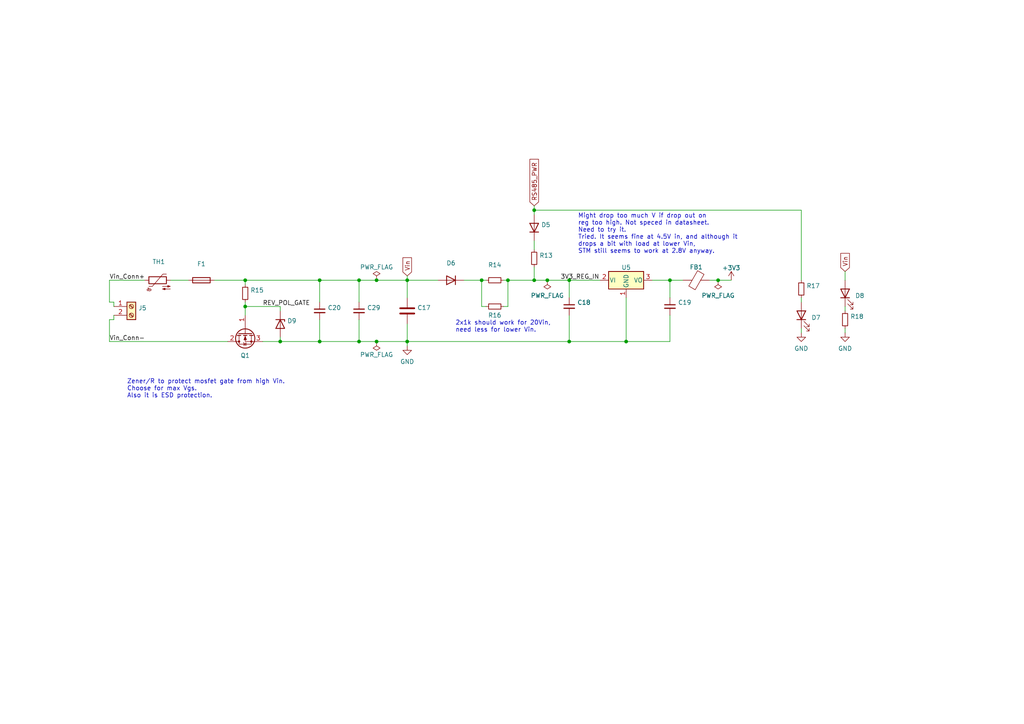
<source format=kicad_sch>
(kicad_sch (version 20211123) (generator eeschema)
  (paper "A4")
  (title_block (title "Plant Light LED Driver") (date "2022-10-05") (rev "0.2") (company "River Cat"))
  (lib_symbols
    (symbol "Connector:Screw_Terminal_01x02" (pin_names (offset 1.016) hide)
      (property "Reference" "J" (at 0 2.54 0))
      (property "Value" "Screw_Terminal_01x02" (at 0 -5.08 0))
      (symbol "Screw_Terminal_01x02_1_1"
        (rectangle (start -1.27 1.27) (end 1.27 -3.81) (stroke (width 0.254)) (fill (type background)))
        (circle (center 0 -2.54) (radius 0.635) (stroke (width 0.1524)))
        (polyline (pts (xy -0.5334 -2.2098) (xy 0.3302 -3.048)) (stroke (width 0.1524)))
        (polyline (pts (xy -0.5334 0.3302) (xy 0.3302 -0.508)) (stroke (width 0.1524)))
        (polyline (pts (xy -0.3556 -2.032) (xy 0.508 -2.8702)) (stroke (width 0.1524)))
        (polyline (pts (xy -0.3556 0.508) (xy 0.508 -0.3302)) (stroke (width 0.1524)))
        (circle (center 0 0) (radius 0.635) (stroke (width 0.1524)))
        (pin passive line (at -5.08 0 0) (length 3.81) (name "Pin_1") (number "1"))
        (pin passive line (at -5.08 -2.54 0) (length 3.81) (name "Pin_2") (number "2"))
      )
    )
    (symbol "Device:C" (pin_numbers hide) (pin_names (offset 0.254))
      (property "Reference" "C" (at 0.635 2.54 0))
      (property "Value" "C" (at 0.635 -2.54 0))
      (symbol "C_0_1"
        (polyline (pts (xy -2.032 -0.762) (xy 2.032 -0.762)) (stroke (width 0.508)))
        (polyline (pts (xy -2.032 0.762) (xy 2.032 0.762)) (stroke (width 0.508)))
      )
      (symbol "C_1_1"
        (pin passive line (at 0 3.81 270) (length 2.794) (name "~") (number "1"))
        (pin passive line (at 0 -3.81 90) (length 2.794) (name "~") (number "2"))
      )
    )
    (symbol "Device:C_Small" (pin_numbers hide) (pin_names (offset 0.254) hide)
      (property "Reference" "C" (at 0.254 1.778 0))
      (property "Value" "C_Small" (at 0.254 -2.032 0))
      (symbol "C_Small_0_1"
        (polyline (pts (xy -1.524 -0.508) (xy 1.524 -0.508)) (stroke (width 0.3302)))
        (polyline (pts (xy -1.524 0.508) (xy 1.524 0.508)) (stroke (width 0.3048)))
      )
      (symbol "C_Small_1_1"
        (pin passive line (at 0 2.54 270) (length 2.032) (name "~") (number "1"))
        (pin passive line (at 0 -2.54 90) (length 2.032) (name "~") (number "2"))
      )
    )
    (symbol "Device:D_Zener" (pin_numbers hide) (pin_names (offset 1.016) hide)
      (property "Reference" "D" (at 0 2.54 0))
      (property "Value" "D_Zener" (at 0 -2.54 0))
      (symbol "D_Zener_0_1"
        (polyline (pts (xy 1.27 0) (xy -1.27 0)))
        (polyline (pts (xy -1.27 -1.27) (xy -1.27 1.27) (xy -0.762 1.27)) (stroke (width 0.254)))
        (polyline (pts (xy 1.27 -1.27) (xy 1.27 1.27) (xy -1.27 0) (xy 1.27 -1.27)) (stroke (width 0.254)))
      )
      (symbol "D_Zener_1_1"
        (pin passive line (at -3.81 0 0) (length 2.54) (name "K") (number "1"))
        (pin passive line (at 3.81 0 180) (length 2.54) (name "A") (number "2"))
      )
    )
    (symbol "Device:FerriteBead" (pin_numbers hide) (pin_names (offset 0))
      (property "Reference" "FB" (at -3.81 0.635 90))
      (property "Value" "FerriteBead" (at 3.81 0 90))
      (symbol "FerriteBead_0_1"
        (polyline (pts (xy 0 -1.27) (xy 0 -1.2192)))
        (polyline (pts (xy 0 1.27) (xy 0 1.2954)))
        (polyline (pts (xy -2.7686 0.4064) (xy -1.7018 2.2606) (xy 2.7686 -0.3048) (xy 1.6764 -2.159) (xy -2.7686 0.4064)))
      )
      (symbol "FerriteBead_1_1"
        (pin passive line (at 0 3.81 270) (length 2.54) (name "~") (number "1"))
        (pin passive line (at 0 -3.81 90) (length 2.54) (name "~") (number "2"))
      )
    )
    (symbol "Device:Fuse" (pin_numbers hide) (pin_names (offset 0))
      (property "Reference" "F" (at 2.032 0 90))
      (property "Value" "Fuse" (at -1.905 0 90))
      (symbol "Fuse_0_1"
        (rectangle (start -0.762 -2.54) (end 0.762 2.54) (stroke (width 0.254)))
        (polyline (pts (xy 0 2.54) (xy 0 -2.54)))
      )
      (symbol "Fuse_1_1"
        (pin passive line (at 0 3.81 270) (length 1.27) (name "~") (number "1"))
        (pin passive line (at 0 -3.81 90) (length 1.27) (name "~") (number "2"))
      )
    )
    (symbol "Device:LED" (pin_numbers hide) (pin_names (offset 1.016) hide)
      (property "Reference" "D" (at 0 2.54 0))
      (property "Value" "LED" (at 0 -2.54 0))
      (symbol "LED_0_1"
        (polyline (pts (xy -1.27 -1.27) (xy -1.27 1.27)) (stroke (width 0.254)))
        (polyline (pts (xy -1.27 0) (xy 1.27 0)))
        (polyline (pts (xy 1.27 -1.27) (xy 1.27 1.27) (xy -1.27 0) (xy 1.27 -1.27)) (stroke (width 0.254)))
        (polyline (pts (xy -3.048 -0.762) (xy -4.572 -2.286) (xy -3.81 -2.286) (xy -4.572 -2.286) (xy -4.572 -1.524)))
        (polyline (pts (xy -1.778 -0.762) (xy -3.302 -2.286) (xy -2.54 -2.286) (xy -3.302 -2.286) (xy -3.302 -1.524)))
      )
      (symbol "LED_1_1"
        (pin passive line (at -3.81 0 0) (length 2.54) (name "K") (number "1"))
        (pin passive line (at 3.81 0 180) (length 2.54) (name "A") (number "2"))
      )
    )
    (symbol "Device:Q_NMOS_GDS" (pin_names (offset 0) hide)
      (property "Reference" "Q" (at 5.08 1.27 0))
      (property "Value" "Q_NMOS_GDS" (at 5.08 -1.27 0))
      (symbol "Q_NMOS_GDS_0_1"
        (polyline (pts (xy 0.254 0) (xy -2.54 0)))
        (polyline (pts (xy 0.254 1.905) (xy 0.254 -1.905)) (stroke (width 0.254)))
        (polyline (pts (xy 0.762 -1.27) (xy 0.762 -2.286)) (stroke (width 0.254)))
        (polyline (pts (xy 0.762 0.508) (xy 0.762 -0.508)) (stroke (width 0.254)))
        (polyline (pts (xy 0.762 2.286) (xy 0.762 1.27)) (stroke (width 0.254)))
        (polyline (pts (xy 2.54 2.54) (xy 2.54 1.778)))
        (polyline (pts (xy 2.54 -2.54) (xy 2.54 0) (xy 0.762 0)))
        (polyline (pts (xy 0.762 -1.778) (xy 3.302 -1.778) (xy 3.302 1.778) (xy 0.762 1.778)))
        (polyline (pts (xy 1.016 0) (xy 2.032 0.381) (xy 2.032 -0.381) (xy 1.016 0)) (fill (type outline)))
        (polyline (pts (xy 2.794 0.508) (xy 2.921 0.381) (xy 3.683 0.381) (xy 3.81 0.254)))
        (polyline (pts (xy 3.302 0.381) (xy 2.921 -0.254) (xy 3.683 -0.254) (xy 3.302 0.381)))
        (circle (center 1.651 0) (radius 2.794) (stroke (width 0.254)))
        (circle (center 2.54 -1.778) (radius 0.254) (fill (type outline)))
        (circle (center 2.54 1.778) (radius 0.254) (fill (type outline)))
      )
      (symbol "Q_NMOS_GDS_1_1"
        (pin input line (at -5.08 0 0) (length 2.54) (name "G") (number "1"))
        (pin passive line (at 2.54 5.08 270) (length 2.54) (name "D") (number "2"))
        (pin passive line (at 2.54 -5.08 90) (length 2.54) (name "S") (number "3"))
      )
    )
    (symbol "Device:R_Small" (pin_numbers hide) (pin_names (offset 0.254) hide)
      (property "Reference" "R" (at 0.762 0.508 0))
      (property "Value" "R_Small" (at 0.762 -1.016 0))
      (symbol "R_Small_0_1"
        (rectangle (start -0.762 1.778) (end 0.762 -1.778) (stroke (width 0.2032)))
      )
      (symbol "R_Small_1_1"
        (pin passive line (at 0 2.54 270) (length 0.762) (name "~") (number "1"))
        (pin passive line (at 0 -2.54 90) (length 0.762) (name "~") (number "2"))
      )
    )
    (symbol "Device:Thermistor_NTC" (pin_numbers hide) (pin_names (offset 0))
      (property "Reference" "TH" (at -4.445 0 90))
      (property "Value" "Thermistor_NTC" (at 3.175 0 90))
      (symbol "Thermistor_NTC_0_1"
        (arc (start -3.048 2.159) (mid -3.0495 2.3143) (end -3.175 2.413))
        (arc (start -3.048 2.159) (mid -2.9736 1.9794) (end -2.794 1.905))
        (arc (start -3.048 2.794) (mid -2.9736 2.6144) (end -2.794 2.54))
        (arc (start -2.794 1.905) (mid -2.6144 1.9794) (end -2.54 2.159))
        (arc (start -2.794 2.54) (mid -2.4393 2.5587) (end -2.159 2.794))
        (arc (start -2.794 3.048) (mid -2.9736 2.9736) (end -3.048 2.794))
        (arc (start -2.54 2.794) (mid -2.6144 2.9736) (end -2.794 3.048))
        (rectangle (start -1.016 2.54) (end 1.016 -2.54) (stroke (width 0.254)))
        (polyline (pts (xy -2.54 2.159) (xy -2.54 2.794)))
        (polyline (pts (xy -1.778 2.54) (xy -1.778 1.524) (xy 1.778 -1.524) (xy 1.778 -2.54)))
        (polyline (pts (xy -2.54 -3.683) (xy -2.54 -1.397) (xy -2.794 -2.159) (xy -2.286 -2.159) (xy -2.54 -1.397) (xy -2.54 -1.651)) (fill (type outline)))
        (polyline (pts (xy -1.778 -1.397) (xy -1.778 -3.683) (xy -2.032 -2.921) (xy -1.524 -2.921) (xy -1.778 -3.683) (xy -1.778 -3.429)) (fill (type outline)))
      )
      (symbol "Thermistor_NTC_1_1"
        (pin passive line (at 0 3.81 270) (length 1.27) (name "~") (number "1"))
        (pin passive line (at 0 -3.81 90) (length 1.27) (name "~") (number "2"))
      )
    )
    (symbol "Diode:1N4148" (pin_numbers hide) (pin_names (offset 1.016) hide)
      (property "Reference" "D" (at 0 2.54 0))
      (property "Value" "1N4148" (at 0 -2.54 0))
      (symbol "1N4148_0_1"
        (polyline (pts (xy -1.27 1.27) (xy -1.27 -1.27)) (stroke (width 0.254)))
        (polyline (pts (xy 1.27 0) (xy -1.27 0)))
        (polyline (pts (xy 1.27 1.27) (xy 1.27 -1.27) (xy -1.27 0) (xy 1.27 1.27)) (stroke (width 0.254)))
      )
      (symbol "1N4148_1_1"
        (pin passive line (at -3.81 0 0) (length 2.54) (name "K") (number "1"))
        (pin passive line (at 3.81 0 180) (length 2.54) (name "A") (number "2"))
      )
    )
    (symbol "power:+3.3V" (power) (pin_names (offset 0))
      (property "Value" "+3.3V" (at 0 3.556 0))
      (symbol "+3.3V_0_1"
        (polyline (pts (xy -0.762 1.27) (xy 0 2.54)))
        (polyline (pts (xy 0 0) (xy 0 2.54)))
        (polyline (pts (xy 0 2.54) (xy 0.762 1.27)))
      )
      (symbol "+3.3V_1_1"
        (pin power_in line (at 0 0 90) (length 0) hide (name "+3V3") (number "1"))
      )
    )
    (symbol "power:GND" (power) (pin_names (offset 0))
      (property "Value" "GND" (at 0 -3.81 0))
      (symbol "GND_0_1"
        (polyline (pts (xy 0 0) (xy 0 -1.27) (xy 1.27 -1.27) (xy 0 -2.54) (xy -1.27 -1.27) (xy 0 -1.27)))
      )
      (symbol "GND_1_1"
        (pin power_in line (at 0 0 270) (length 0) hide (name "GND") (number "1"))
      )
    )
    (symbol "power:PWR_FLAG" (power) (pin_numbers hide) (pin_names (offset 0) hide)
      (property "Value" "PWR_FLAG" (at 0 3.81 0))
      (symbol "PWR_FLAG_0_0"
        (pin power_out line (at 0 0 90) (length 0) (name "pwr") (number "1"))
      )
      (symbol "PWR_FLAG_0_1"
        (polyline (pts (xy 0 0) (xy 0 1.27) (xy -1.016 1.905) (xy 0 2.54) (xy 1.016 1.905) (xy 0 1.27)))
      )
    )
    (symbol "river:UMW_HT7533-1_3.3V_High-In_LDO_SOT89" (pin_names (offset 0.254))
      (property "Reference" "U" (at -3.81 3.81 0))
      (symbol "UMW_HT7533-1_3.3V_High-In_LDO_SOT89_0_1"
        (rectangle (start -5.08 2.54) (end 5.08 -2.54) (stroke (width 0.254)) (fill (type background)))
      )
      (symbol "UMW_HT7533-1_3.3V_High-In_LDO_SOT89_1_1"
        (pin power_in line (at 0 -5.08 90) (length 2.54) (name "GND") (number "1"))
        (pin power_in line (at -7.62 0 0) (length 2.54) (name "VI") (number "2"))
        (pin power_out line (at 7.62 0 180) (length 2.54) (name "VO") (number "3"))
      )
    )
  )
  (junction (at 154.94 81.28))
  (junction (at 92.71 99.06))
  (junction (at 71.12 81.28))
  (junction (at 165.1 81.28))
  (junction (at 165.1 99.06))
  (junction (at 109.22 99.06))
  (junction (at 154.94 60.96))
  (junction (at 208.28 81.28))
  (junction (at 147.32 81.28))
  (junction (at 118.11 81.28))
  (junction (at 181.61 99.06))
  (junction (at 81.28 99.06))
  (junction (at 139.7 81.28))
  (junction (at 109.22 81.28))
  (junction (at 158.75 81.28))
  (junction (at 71.12 88.9))
  (junction (at 92.71 81.28))
  (junction (at 104.14 81.28))
  (junction (at 194.31 81.28))
  (junction (at 104.14 99.06))
  (junction (at 118.11 99.06))
  (wire (pts (xy 154.94 69.85) (xy 154.94 72.39)))
  (wire (pts (xy 92.71 99.06) (xy 104.14 99.06)))
  (wire (pts (xy 134.62 81.28) (xy 139.7 81.28)))
  (wire (pts (xy 31.75 87.63) (xy 33.02 87.63)))
  (wire (pts (xy 92.71 92.71) (xy 92.71 99.06)))
  (wire (pts (xy 139.7 81.28) (xy 140.97 81.28)))
  (wire (pts (xy 71.12 88.9) (xy 71.12 91.44)))
  (wire (pts (xy 194.31 81.28) (xy 198.12 81.28)))
  (wire (pts (xy 147.32 81.28) (xy 154.94 81.28)))
  (wire (pts (xy 140.97 88.9) (xy 139.7 88.9)))
  (wire (pts (xy 232.41 60.96) (xy 154.94 60.96)))
  (wire (pts (xy 146.05 81.28) (xy 147.32 81.28)))
  (wire (pts (xy 189.23 81.28) (xy 194.31 81.28)))
  (wire (pts (xy 154.94 60.96) (xy 154.94 62.23)))
  (wire (pts (xy 205.74 81.28) (xy 208.28 81.28)))
  (wire (pts (xy 154.94 77.47) (xy 154.94 81.28)))
  (wire (pts (xy 194.31 81.28) (xy 194.31 86.36)))
  (wire (pts (xy 71.12 88.9) (xy 81.28 88.9)))
  (wire (pts (xy 71.12 81.28) (xy 71.12 82.55)))
  (wire (pts (xy 33.02 87.63) (xy 33.02 88.9)))
  (wire (pts (xy 208.28 81.28) (xy 212.09 81.28)))
  (wire (pts (xy 71.12 81.28) (xy 92.71 81.28)))
  (wire (pts (xy 154.94 59.69) (xy 154.94 60.96)))
  (wire (pts (xy 181.61 86.36) (xy 181.61 99.06)))
  (wire (pts (xy 118.11 81.28) (xy 127 81.28)))
  (wire (pts (xy 165.1 91.44) (xy 165.1 99.06)))
  (wire (pts (xy 194.31 99.06) (xy 181.61 99.06)))
  (wire (pts (xy 147.32 88.9) (xy 147.32 81.28)))
  (wire (pts (xy 139.7 88.9) (xy 139.7 81.28)))
  (wire (pts (xy 165.1 81.28) (xy 173.99 81.28)))
  (wire (pts (xy 146.05 88.9) (xy 147.32 88.9)))
  (wire (pts (xy 92.71 81.28) (xy 92.71 87.63)))
  (wire (pts (xy 49.53 81.28) (xy 54.61 81.28)))
  (wire (pts (xy 118.11 80.01) (xy 118.11 81.28)))
  (wire (pts (xy 245.11 78.74) (xy 245.11 81.28)))
  (wire (pts (xy 31.75 99.06) (xy 66.04 99.06)))
  (wire (pts (xy 81.28 97.79) (xy 81.28 99.06)))
  (wire (pts (xy 92.71 81.28) (xy 104.14 81.28)))
  (wire (pts (xy 81.28 99.06) (xy 92.71 99.06)))
  (wire (pts (xy 165.1 81.28) (xy 165.1 86.36)))
  (wire (pts (xy 118.11 81.28) (xy 118.11 86.36)))
  (wire (pts (xy 118.11 93.98) (xy 118.11 99.06)))
  (wire (pts (xy 154.94 81.28) (xy 158.75 81.28)))
  (wire (pts (xy 181.61 99.06) (xy 165.1 99.06)))
  (wire (pts (xy 109.22 99.06) (xy 118.11 99.06)))
  (wire (pts (xy 71.12 87.63) (xy 71.12 88.9)))
  (wire (pts (xy 118.11 99.06) (xy 118.11 100.33)))
  (wire (pts (xy 81.28 90.17) (xy 81.28 88.9)))
  (wire (pts (xy 31.75 99.06) (xy 31.75 92.71)))
  (wire (pts (xy 245.11 88.9) (xy 245.11 90.17)))
  (wire (pts (xy 232.41 96.52) (xy 232.41 95.25)))
  (wire (pts (xy 194.31 91.44) (xy 194.31 99.06)))
  (wire (pts (xy 62.23 81.28) (xy 71.12 81.28)))
  (wire (pts (xy 165.1 99.06) (xy 118.11 99.06)))
  (wire (pts (xy 104.14 81.28) (xy 104.14 87.63)))
  (wire (pts (xy 33.02 91.44) (xy 33.02 92.71)))
  (wire (pts (xy 245.11 96.52) (xy 245.11 95.25)))
  (wire (pts (xy 232.41 86.36) (xy 232.41 87.63)))
  (wire (pts (xy 104.14 99.06) (xy 109.22 99.06)))
  (wire (pts (xy 31.75 81.28) (xy 31.75 87.63)))
  (wire (pts (xy 109.22 81.28) (xy 118.11 81.28)))
  (wire (pts (xy 31.75 92.71) (xy 33.02 92.71)))
  (wire (pts (xy 104.14 81.28) (xy 109.22 81.28)))
  (wire (pts (xy 104.14 92.71) (xy 104.14 99.06)))
  (wire (pts (xy 158.75 81.28) (xy 165.1 81.28)))
  (wire (pts (xy 31.75 81.28) (xy 41.91 81.28)))
  (wire (pts (xy 81.28 99.06) (xy 76.2 99.06)))
  (wire (pts (xy 232.41 60.96) (xy 232.41 81.28)))
  (text "Might drop too much V if drop out on\nreg too high. Not speced in datasheet.\nNeed to try it.\nTried. It seems fine at 4.5V in, and although it\ndrops a bit with load at lower Vin,\nSTM still seems to work at 2.8V anyway." (at 167.64 73.66 0) (effects (font (size 1.27 1.27)) (justify left bottom)))
  (text "2x1k should work for 20Vin,\nneed less for lower Vin." (at 132.08 96.52 0) (effects (font (size 1.27 1.27)) (justify left bottom)))
  (text "Zener/R to protect mosfet gate from high Vin.\nChoose for max Vgs.\nAlso it is ESD protection.\n" (at 36.83 115.57 0) (effects (font (size 1.27 1.27)) (justify left bottom)))
  (label "Vin_Conn-" (at 31.75 99.06 0))
  (label "3V3_REG_IN" (at 162.56 81.28 0))
  (label "REV_POL_GATE" (at 76.2 88.9 0))
  (label "Vin_Conn+" (at 31.75 81.28 0))
  (global_label "Vin" (shape input) (at 245.11 78.74 90) (property "Intersheet References" "${INTERSHEET_REFS}" (effects hide)))
  (global_label "Vin" (shape input) (at 118.11 80.01 90) (property "Intersheet References" "${INTERSHEET_REFS}" (effects hide)))
  (global_label "RS485_PWR" (shape input) (at 154.94 59.69 90) (property "Intersheet References" "${INTERSHEET_REFS}" (effects hide)))
  (symbol (lib_id "Device:R_Small") (at 245.11 92.71 0) (unit 1)
    (property "Reference" "R18" (at 246.6086 91.8015 0) (effects (justify left)))
  )
  (symbol (lib_id "Device:Fuse") (at 58.42 81.28 90) (unit 1)
    (property "Reference" "F1" (at 58.42 76.5515 90))
  )
  (symbol (lib_id "power:PWR_FLAG") (at 158.75 81.28 180) (unit 1)
    (property "Reference" "#FLG0102" (effects hide))
    (property "Value" "PWR_FLAG" (at 158.75 85.7234 0))
  )
  (symbol (lib_id "Device:LED") (at 245.11 85.09 90) (unit 1)
    (property "Reference" "D8" (at 248.031 85.769 90) (effects (justify right)))
  )
  (symbol (lib_id "power:+3.3V") (at 212.09 81.28 0) (unit 1)
    (property "Reference" "#PWR0103" (effects hide))
    (property "Value" "+3.3V" (at 212.09 77.7042 0))
  )
  (symbol (lib_id "Device:C_Small") (at 165.1 88.9 0) (unit 1)
    (property "Reference" "C18" (at 167.4368 87.7316 0) (effects (justify left)))
    (property "Part#" "CL21A106KAYNNNE" (effects hide))
    (property "LCSC#" "C15850" (effects hide))
  )
  (symbol (lib_id "power:GND") (at 118.11 100.33 0) (unit 1)
    (property "Reference" "#PWR08" (effects hide))
    (property "Value" "GND" (at 118.11 104.8925 0))
  )
  (symbol (lib_id "power:PWR_FLAG") (at 109.22 99.06 180) (unit 1)
    (property "Reference" "#FLG02" (effects hide))
    (property "Value" "PWR_FLAG" (at 109.22 102.87 0))
  )
  (symbol (lib_id "Device:R_Small") (at 143.51 81.28 90) (unit 1)
    (property "Reference" "R14" (at 143.51 76.8436 90))
    (property "Field4" "1/2W or more" (effects hide))
  )
  (symbol (lib_id "Device:R_Small") (at 71.12 85.09 0) (unit 1)
    (property "Reference" "R15" (at 72.6186 84.1815 0) (effects (justify left)))
  )
  (symbol (lib_id "Device:R_Small") (at 232.41 83.82 0) (unit 1)
    (property "Reference" "R17" (at 233.9086 82.9115 0) (effects (justify left)))
  )
  (symbol (lib_id "Device:Q_NMOS_GDS") (at 71.12 96.52 90) (mirror x) (unit 1)
    (property "Reference" "Q1" (at 71.12 103.1145 90))
    (property "Datasheet" "https://www.onsemi.com/pdf/datasheet/nvd5865nl-d.pdf" (effects hide))
    (property "Part" "Overspecced but I have some NVD5865NL" (effects hide))
    (property "Vgs max" "+/- 20V" (effects hide))
  )
  (symbol (lib_id "Diode:1N4148") (at 130.81 81.28 180) (unit 1)
    (property "Reference" "D6" (at 130.81 76.3102 0))
    (property "Datasheet" "https://assets.nexperia.com/documents/data-sheet/1N4148_1N4448.pdf" (effects hide))
  )
  (symbol (lib_id "Diode:1N4148") (at 154.94 66.04 90) (unit 1)
    (property "Reference" "D5" (at 156.972 65.2053 90) (effects (justify right)))
    (property "Datasheet" "https://assets.nexperia.com/documents/data-sheet/1N4148_1N4448.pdf" (effects hide))
  )
  (symbol (lib_id "Device:C_Small") (at 104.14 90.17 0) (unit 1)
    (property "Reference" "C29" (at 106.4641 89.2678 0) (effects (justify left)))
  )
  (symbol (lib_id "power:PWR_FLAG") (at 208.28 81.28 180) (unit 1)
    (property "Reference" "#FLG?" (effects hide))
    (property "Value" "PWR_FLAG" (at 208.28 85.7234 0))
  )
  (symbol (lib_id "Device:R_Small") (at 154.94 74.93 180) (unit 1)
    (property "Reference" "R13" (at 156.4386 74.0953 0) (effects (justify right)))
    (property "Field4" "1/8W" (effects hide))
  )
  (symbol (lib_id "power:GND") (at 245.11 96.52 0) (unit 1)
    (property "Reference" "#PWR07" (effects hide))
    (property "Value" "GND" (at 245.11 101.0825 0))
  )
  (symbol (lib_id "Device:FerriteBead") (at 201.93 81.28 270) (unit 1)
    (property "Reference" "FB1" (at 201.93 77.47 90))
    (property "Datasheet" "https://datasheet.lcsc.com/szlcsc/Sunlord-GZ2012D601TF_C1017.pdf" (effects hide))
    (property "Part#" "GZ2012D601TF  " (effects hide))
    (property "LCSC#" "C1017" (effects hide))
  )
  (symbol (lib_id "power:PWR_FLAG") (at 109.22 81.28 0) (unit 1)
    (property "Reference" "#FLG01" (effects hide))
    (property "Value" "PWR_FLAG" (at 109.22 77.47 0))
  )
  (symbol (lib_id "Connector:Screw_Terminal_01x02") (at 38.1 88.9 0) (unit 1)
    (property "Reference" "J5" (at 40.132 89.3353 0) (effects (justify left)))
  )
  (symbol (lib_id "Device:D_Zener") (at 81.28 93.98 270) (unit 1)
    (property "Reference" "D9" (at 83.312 93.0715 90) (effects (justify left)))
  )
  (symbol (lib_id "power:GND") (at 232.41 96.52 0) (unit 1)
    (property "Reference" "#PWR06" (effects hide))
    (property "Value" "GND" (at 232.41 101.0825 0))
  )
  (symbol (lib_id "Device:Thermistor_NTC") (at 45.72 81.28 90) (unit 1)
    (property "Reference" "TH1" (at 46.0375 75.9292 90))
  )
  (symbol (lib_id "river:UMW_HT7533-1_3.3V_High-In_LDO_SOT89") (at 181.61 81.28 0) (unit 1)
    (property "Reference" "U5" (at 181.61 77.5772 0))
    (property "Datasheet" "https://datasheet.lcsc.com/lcsc/2110111730_UMW-Youtai-Semiconductor-Co---Ltd--HT7533-1_C347186.pdf" (effects hide))
  )
  (symbol (lib_id "Device:R_Small") (at 143.51 88.9 90) (unit 1)
    (property "Reference" "R16" (at 143.51 91.44 90))
    (property "Field4" "1/2W or more" (effects hide))
  )
  (symbol (lib_id "Device:C_Small") (at 194.31 88.9 0) (unit 1)
    (property "Reference" "C19" (at 196.6468 87.7316 0) (effects (justify left)))
    (property "Part#" "CL21A106KAYNNNE" (effects hide))
    (property "LCSC#" "C15850" (effects hide))
  )
  (symbol (lib_id "Device:C_Small") (at 92.71 90.17 0) (unit 1)
    (property "Reference" "C20" (at 95.0341 89.2678 0) (effects (justify left)))
  )
  (symbol (lib_id "Device:C") (at 118.11 90.17 0) (unit 1)
    (property "Reference" "C17" (at 121.031 89.2615 0) (effects (justify left)))
    (property "note" "Might help with ESD spikes and filtering if needed. Ceramic / film." (effects hide))
  )
  (symbol (lib_id "Device:LED") (at 232.41 91.44 90) (unit 1)
    (property "Reference" "D7" (at 235.331 92.119 90) (effects (justify right)))
  )
)
</source>
